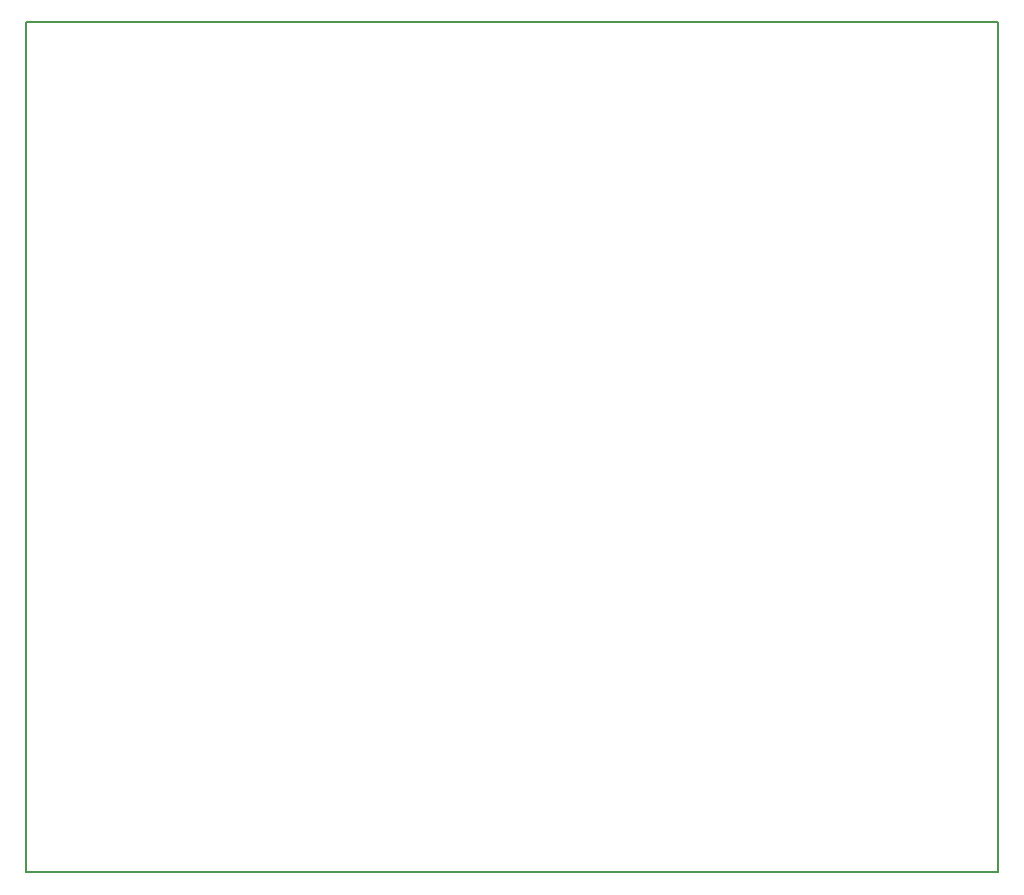
<source format=gm1>
G04 MADE WITH FRITZING*
G04 WWW.FRITZING.ORG*
G04 DOUBLE SIDED*
G04 HOLES PLATED*
G04 CONTOUR ON CENTER OF CONTOUR VECTOR*
%ASAXBY*%
%FSLAX23Y23*%
%MOIN*%
%OFA0B0*%
%SFA1.0B1.0*%
%ADD10R,3.250760X2.842720*%
%ADD11C,0.008000*%
%ADD10C,0.008*%
%LNCONTOUR*%
G90*
G70*
G54D10*
G54D11*
X4Y2839D02*
X3247Y2839D01*
X3247Y4D01*
X4Y4D01*
X4Y2839D01*
D02*
G04 End of contour*
M02*
</source>
